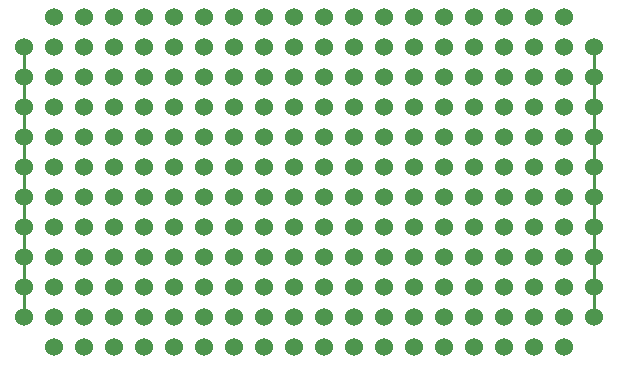
<source format=gbr>
G04 #@! TF.GenerationSoftware,KiCad,Pcbnew,(5.0.0)*
G04 #@! TF.CreationDate,2018-12-09T19:24:41+09:00*
G04 #@! TF.ProjectId,PocketBeagle,506F636B6574426561676C652E6B6963,rev?*
G04 #@! TF.SameCoordinates,Original*
G04 #@! TF.FileFunction,Copper,L1,Top,Signal*
G04 #@! TF.FilePolarity,Positive*
%FSLAX46Y46*%
G04 Gerber Fmt 4.6, Leading zero omitted, Abs format (unit mm)*
G04 Created by KiCad (PCBNEW (5.0.0)) date 12/09/18 19:24:41*
%MOMM*%
%LPD*%
G01*
G04 APERTURE LIST*
G04 #@! TA.AperFunction,ComponentPad*
%ADD10C,1.524000*%
G04 #@! TD*
G04 #@! TA.AperFunction,Conductor*
%ADD11C,0.250000*%
G04 #@! TD*
G04 APERTURE END LIST*
D10*
G04 #@! TO.P,J1,36*
G04 #@! TO.N,Net-(J1-Pad36)*
X170180000Y-116840000D03*
G04 #@! TO.P,J1,35*
G04 #@! TO.N,Net-(J1-Pad35)*
X170180000Y-119380000D03*
G04 #@! TO.P,J1,34*
G04 #@! TO.N,Net-(J1-Pad34)*
X167640000Y-116840000D03*
G04 #@! TO.P,J1,33*
G04 #@! TO.N,Net-(J1-Pad33)*
X167640000Y-119380000D03*
G04 #@! TO.P,J1,32*
G04 #@! TO.N,Net-(J1-Pad32)*
X165100000Y-116840000D03*
G04 #@! TO.P,J1,31*
G04 #@! TO.N,Net-(J1-Pad31)*
X165100000Y-119380000D03*
G04 #@! TO.P,J1,30*
G04 #@! TO.N,Net-(J1-Pad30)*
X162560000Y-116840000D03*
G04 #@! TO.P,J1,29*
G04 #@! TO.N,Net-(J1-Pad29)*
X162560000Y-119380000D03*
G04 #@! TO.P,J1,28*
G04 #@! TO.N,Net-(J1-Pad28)*
X160020000Y-116840000D03*
G04 #@! TO.P,J1,27*
G04 #@! TO.N,Net-(J1-Pad27)*
X160020000Y-119380000D03*
G04 #@! TO.P,J1,26*
G04 #@! TO.N,Net-(J1-Pad26)*
X157480000Y-116840000D03*
G04 #@! TO.P,J1,25*
G04 #@! TO.N,Net-(J1-Pad25)*
X157480000Y-119380000D03*
G04 #@! TO.P,J1,24*
G04 #@! TO.N,Net-(J1-Pad24)*
X154940000Y-116840000D03*
G04 #@! TO.P,J1,23*
G04 #@! TO.N,Net-(J1-Pad23)*
X154940000Y-119380000D03*
G04 #@! TO.P,J1,22*
G04 #@! TO.N,Net-(J1-Pad22)*
X152400000Y-116840000D03*
G04 #@! TO.P,J1,21*
G04 #@! TO.N,Net-(J1-Pad21)*
X152400000Y-119380000D03*
G04 #@! TO.P,J1,20*
G04 #@! TO.N,Net-(J1-Pad20)*
X149860000Y-116840000D03*
G04 #@! TO.P,J1,19*
G04 #@! TO.N,Net-(J1-Pad19)*
X149860000Y-119380000D03*
G04 #@! TO.P,J1,18*
G04 #@! TO.N,Net-(J1-Pad18)*
X147320000Y-116840000D03*
G04 #@! TO.P,J1,17*
G04 #@! TO.N,Net-(J1-Pad17)*
X147320000Y-119380000D03*
G04 #@! TO.P,J1,16*
G04 #@! TO.N,Net-(J1-Pad16)*
X144780000Y-116840000D03*
G04 #@! TO.P,J1,15*
G04 #@! TO.N,Net-(J1-Pad15)*
X144780000Y-119380000D03*
G04 #@! TO.P,J1,14*
G04 #@! TO.N,Net-(J1-Pad14)*
X142240000Y-116840000D03*
G04 #@! TO.P,J1,13*
G04 #@! TO.N,Net-(J1-Pad13)*
X142240000Y-119380000D03*
G04 #@! TO.P,J1,12*
G04 #@! TO.N,Net-(J1-Pad12)*
X139700000Y-116840000D03*
G04 #@! TO.P,J1,11*
G04 #@! TO.N,Net-(J1-Pad11)*
X139700000Y-119380000D03*
G04 #@! TO.P,J1,10*
G04 #@! TO.N,Net-(J1-Pad10)*
X137160000Y-116840000D03*
G04 #@! TO.P,J1,9*
G04 #@! TO.N,Net-(J1-Pad9)*
X137160000Y-119380000D03*
G04 #@! TO.P,J1,8*
G04 #@! TO.N,Net-(J1-Pad8)*
X134620000Y-116840000D03*
G04 #@! TO.P,J1,7*
G04 #@! TO.N,Net-(J1-Pad7)*
X134620000Y-119380000D03*
G04 #@! TO.P,J1,6*
G04 #@! TO.N,Net-(J1-Pad6)*
X132080000Y-116840000D03*
G04 #@! TO.P,J1,5*
G04 #@! TO.N,Net-(J1-Pad5)*
X132080000Y-119380000D03*
G04 #@! TO.P,J1,4*
G04 #@! TO.N,Net-(J1-Pad4)*
X129540000Y-116840000D03*
G04 #@! TO.P,J1,3*
G04 #@! TO.N,Net-(J1-Pad3)*
X129540000Y-119380000D03*
G04 #@! TO.P,J1,2*
G04 #@! TO.N,Net-(J1-Pad2)*
X127000000Y-116840000D03*
G04 #@! TO.P,J1,1*
G04 #@! TO.N,Net-(J1-Pad1)*
X127000000Y-119380000D03*
G04 #@! TD*
G04 #@! TO.P,J2,1*
G04 #@! TO.N,Net-(J1-Pad1)*
X127000000Y-114300000D03*
G04 #@! TO.P,J2,2*
G04 #@! TO.N,Net-(J1-Pad2)*
X127000000Y-111760000D03*
G04 #@! TO.P,J2,3*
G04 #@! TO.N,Net-(J1-Pad3)*
X129540000Y-114300000D03*
G04 #@! TO.P,J2,4*
G04 #@! TO.N,Net-(J1-Pad4)*
X129540000Y-111760000D03*
G04 #@! TO.P,J2,5*
G04 #@! TO.N,Net-(J1-Pad5)*
X132080000Y-114300000D03*
G04 #@! TO.P,J2,6*
G04 #@! TO.N,Net-(J1-Pad6)*
X132080000Y-111760000D03*
G04 #@! TO.P,J2,7*
G04 #@! TO.N,Net-(J1-Pad7)*
X134620000Y-114300000D03*
G04 #@! TO.P,J2,8*
G04 #@! TO.N,Net-(J1-Pad8)*
X134620000Y-111760000D03*
G04 #@! TO.P,J2,9*
G04 #@! TO.N,Net-(J1-Pad9)*
X137160000Y-114300000D03*
G04 #@! TO.P,J2,10*
G04 #@! TO.N,Net-(J1-Pad10)*
X137160000Y-111760000D03*
G04 #@! TO.P,J2,11*
G04 #@! TO.N,Net-(J1-Pad11)*
X139700000Y-114300000D03*
G04 #@! TO.P,J2,12*
G04 #@! TO.N,Net-(J1-Pad12)*
X139700000Y-111760000D03*
G04 #@! TO.P,J2,13*
G04 #@! TO.N,Net-(J1-Pad13)*
X142240000Y-114300000D03*
G04 #@! TO.P,J2,14*
G04 #@! TO.N,Net-(J1-Pad14)*
X142240000Y-111760000D03*
G04 #@! TO.P,J2,15*
G04 #@! TO.N,Net-(J1-Pad15)*
X144780000Y-114300000D03*
G04 #@! TO.P,J2,16*
G04 #@! TO.N,Net-(J1-Pad16)*
X144780000Y-111760000D03*
G04 #@! TO.P,J2,17*
G04 #@! TO.N,Net-(J1-Pad17)*
X147320000Y-114300000D03*
G04 #@! TO.P,J2,18*
G04 #@! TO.N,Net-(J1-Pad18)*
X147320000Y-111760000D03*
G04 #@! TO.P,J2,19*
G04 #@! TO.N,Net-(J1-Pad19)*
X149860000Y-114300000D03*
G04 #@! TO.P,J2,20*
G04 #@! TO.N,Net-(J1-Pad20)*
X149860000Y-111760000D03*
G04 #@! TO.P,J2,21*
G04 #@! TO.N,Net-(J1-Pad21)*
X152400000Y-114300000D03*
G04 #@! TO.P,J2,22*
G04 #@! TO.N,Net-(J1-Pad22)*
X152400000Y-111760000D03*
G04 #@! TO.P,J2,23*
G04 #@! TO.N,Net-(J1-Pad23)*
X154940000Y-114300000D03*
G04 #@! TO.P,J2,24*
G04 #@! TO.N,Net-(J1-Pad24)*
X154940000Y-111760000D03*
G04 #@! TO.P,J2,25*
G04 #@! TO.N,Net-(J1-Pad25)*
X157480000Y-114300000D03*
G04 #@! TO.P,J2,26*
G04 #@! TO.N,Net-(J1-Pad26)*
X157480000Y-111760000D03*
G04 #@! TO.P,J2,27*
G04 #@! TO.N,Net-(J1-Pad27)*
X160020000Y-114300000D03*
G04 #@! TO.P,J2,28*
G04 #@! TO.N,Net-(J1-Pad28)*
X160020000Y-111760000D03*
G04 #@! TO.P,J2,29*
G04 #@! TO.N,Net-(J1-Pad29)*
X162560000Y-114300000D03*
G04 #@! TO.P,J2,30*
G04 #@! TO.N,Net-(J1-Pad30)*
X162560000Y-111760000D03*
G04 #@! TO.P,J2,31*
G04 #@! TO.N,Net-(J1-Pad31)*
X165100000Y-114300000D03*
G04 #@! TO.P,J2,32*
G04 #@! TO.N,Net-(J1-Pad32)*
X165100000Y-111760000D03*
G04 #@! TO.P,J2,33*
G04 #@! TO.N,Net-(J1-Pad33)*
X167640000Y-114300000D03*
G04 #@! TO.P,J2,34*
G04 #@! TO.N,Net-(J1-Pad34)*
X167640000Y-111760000D03*
G04 #@! TO.P,J2,35*
G04 #@! TO.N,Net-(J1-Pad35)*
X170180000Y-114300000D03*
G04 #@! TO.P,J2,36*
G04 #@! TO.N,Net-(J1-Pad36)*
X170180000Y-111760000D03*
G04 #@! TD*
G04 #@! TO.P,J3,1*
G04 #@! TO.N,Net-(J3-Pad1)*
X127000000Y-93980000D03*
G04 #@! TO.P,J3,2*
G04 #@! TO.N,Net-(J3-Pad2)*
X127000000Y-91440000D03*
G04 #@! TO.P,J3,3*
G04 #@! TO.N,Net-(J3-Pad3)*
X129540000Y-93980000D03*
G04 #@! TO.P,J3,4*
G04 #@! TO.N,Net-(J3-Pad4)*
X129540000Y-91440000D03*
G04 #@! TO.P,J3,5*
G04 #@! TO.N,Net-(J3-Pad5)*
X132080000Y-93980000D03*
G04 #@! TO.P,J3,6*
G04 #@! TO.N,Net-(J3-Pad6)*
X132080000Y-91440000D03*
G04 #@! TO.P,J3,7*
G04 #@! TO.N,Net-(J3-Pad7)*
X134620000Y-93980000D03*
G04 #@! TO.P,J3,8*
G04 #@! TO.N,Net-(J3-Pad8)*
X134620000Y-91440000D03*
G04 #@! TO.P,J3,9*
G04 #@! TO.N,Net-(J3-Pad9)*
X137160000Y-93980000D03*
G04 #@! TO.P,J3,10*
G04 #@! TO.N,Net-(J3-Pad10)*
X137160000Y-91440000D03*
G04 #@! TO.P,J3,11*
G04 #@! TO.N,Net-(J3-Pad11)*
X139700000Y-93980000D03*
G04 #@! TO.P,J3,12*
G04 #@! TO.N,Net-(J3-Pad12)*
X139700000Y-91440000D03*
G04 #@! TO.P,J3,13*
G04 #@! TO.N,Net-(J3-Pad13)*
X142240000Y-93980000D03*
G04 #@! TO.P,J3,14*
G04 #@! TO.N,Net-(J3-Pad14)*
X142240000Y-91440000D03*
G04 #@! TO.P,J3,15*
G04 #@! TO.N,Net-(J3-Pad15)*
X144780000Y-93980000D03*
G04 #@! TO.P,J3,16*
G04 #@! TO.N,Net-(J3-Pad16)*
X144780000Y-91440000D03*
G04 #@! TO.P,J3,17*
G04 #@! TO.N,Net-(J3-Pad17)*
X147320000Y-93980000D03*
G04 #@! TO.P,J3,18*
G04 #@! TO.N,Net-(J3-Pad18)*
X147320000Y-91440000D03*
G04 #@! TO.P,J3,19*
G04 #@! TO.N,Net-(J3-Pad19)*
X149860000Y-93980000D03*
G04 #@! TO.P,J3,20*
G04 #@! TO.N,Net-(J3-Pad20)*
X149860000Y-91440000D03*
G04 #@! TO.P,J3,21*
G04 #@! TO.N,Net-(J3-Pad21)*
X152400000Y-93980000D03*
G04 #@! TO.P,J3,22*
G04 #@! TO.N,Net-(J3-Pad22)*
X152400000Y-91440000D03*
G04 #@! TO.P,J3,23*
G04 #@! TO.N,Net-(J3-Pad23)*
X154940000Y-93980000D03*
G04 #@! TO.P,J3,24*
G04 #@! TO.N,Net-(J3-Pad24)*
X154940000Y-91440000D03*
G04 #@! TO.P,J3,25*
G04 #@! TO.N,Net-(J3-Pad25)*
X157480000Y-93980000D03*
G04 #@! TO.P,J3,26*
G04 #@! TO.N,Net-(J3-Pad26)*
X157480000Y-91440000D03*
G04 #@! TO.P,J3,27*
G04 #@! TO.N,Net-(J3-Pad27)*
X160020000Y-93980000D03*
G04 #@! TO.P,J3,28*
G04 #@! TO.N,Net-(J3-Pad28)*
X160020000Y-91440000D03*
G04 #@! TO.P,J3,29*
G04 #@! TO.N,Net-(J3-Pad29)*
X162560000Y-93980000D03*
G04 #@! TO.P,J3,30*
G04 #@! TO.N,Net-(J3-Pad30)*
X162560000Y-91440000D03*
G04 #@! TO.P,J3,31*
G04 #@! TO.N,Net-(J3-Pad31)*
X165100000Y-93980000D03*
G04 #@! TO.P,J3,32*
G04 #@! TO.N,Net-(J3-Pad32)*
X165100000Y-91440000D03*
G04 #@! TO.P,J3,33*
G04 #@! TO.N,Net-(J3-Pad33)*
X167640000Y-93980000D03*
G04 #@! TO.P,J3,34*
G04 #@! TO.N,Net-(J3-Pad34)*
X167640000Y-91440000D03*
G04 #@! TO.P,J3,35*
G04 #@! TO.N,Net-(J3-Pad35)*
X170180000Y-93980000D03*
G04 #@! TO.P,J3,36*
G04 #@! TO.N,Net-(J3-Pad36)*
X170180000Y-91440000D03*
G04 #@! TD*
G04 #@! TO.P,J4,36*
G04 #@! TO.N,Net-(J3-Pad36)*
X170180000Y-96520000D03*
G04 #@! TO.P,J4,35*
G04 #@! TO.N,Net-(J3-Pad35)*
X170180000Y-99060000D03*
G04 #@! TO.P,J4,34*
G04 #@! TO.N,Net-(J3-Pad34)*
X167640000Y-96520000D03*
G04 #@! TO.P,J4,33*
G04 #@! TO.N,Net-(J3-Pad33)*
X167640000Y-99060000D03*
G04 #@! TO.P,J4,32*
G04 #@! TO.N,Net-(J3-Pad32)*
X165100000Y-96520000D03*
G04 #@! TO.P,J4,31*
G04 #@! TO.N,Net-(J3-Pad31)*
X165100000Y-99060000D03*
G04 #@! TO.P,J4,30*
G04 #@! TO.N,Net-(J3-Pad30)*
X162560000Y-96520000D03*
G04 #@! TO.P,J4,29*
G04 #@! TO.N,Net-(J3-Pad29)*
X162560000Y-99060000D03*
G04 #@! TO.P,J4,28*
G04 #@! TO.N,Net-(J3-Pad28)*
X160020000Y-96520000D03*
G04 #@! TO.P,J4,27*
G04 #@! TO.N,Net-(J3-Pad27)*
X160020000Y-99060000D03*
G04 #@! TO.P,J4,26*
G04 #@! TO.N,Net-(J3-Pad26)*
X157480000Y-96520000D03*
G04 #@! TO.P,J4,25*
G04 #@! TO.N,Net-(J3-Pad25)*
X157480000Y-99060000D03*
G04 #@! TO.P,J4,24*
G04 #@! TO.N,Net-(J3-Pad24)*
X154940000Y-96520000D03*
G04 #@! TO.P,J4,23*
G04 #@! TO.N,Net-(J3-Pad23)*
X154940000Y-99060000D03*
G04 #@! TO.P,J4,22*
G04 #@! TO.N,Net-(J3-Pad22)*
X152400000Y-96520000D03*
G04 #@! TO.P,J4,21*
G04 #@! TO.N,Net-(J3-Pad21)*
X152400000Y-99060000D03*
G04 #@! TO.P,J4,20*
G04 #@! TO.N,Net-(J3-Pad20)*
X149860000Y-96520000D03*
G04 #@! TO.P,J4,19*
G04 #@! TO.N,Net-(J3-Pad19)*
X149860000Y-99060000D03*
G04 #@! TO.P,J4,18*
G04 #@! TO.N,Net-(J3-Pad18)*
X147320000Y-96520000D03*
G04 #@! TO.P,J4,17*
G04 #@! TO.N,Net-(J3-Pad17)*
X147320000Y-99060000D03*
G04 #@! TO.P,J4,16*
G04 #@! TO.N,Net-(J3-Pad16)*
X144780000Y-96520000D03*
G04 #@! TO.P,J4,15*
G04 #@! TO.N,Net-(J3-Pad15)*
X144780000Y-99060000D03*
G04 #@! TO.P,J4,14*
G04 #@! TO.N,Net-(J3-Pad14)*
X142240000Y-96520000D03*
G04 #@! TO.P,J4,13*
G04 #@! TO.N,Net-(J3-Pad13)*
X142240000Y-99060000D03*
G04 #@! TO.P,J4,12*
G04 #@! TO.N,Net-(J3-Pad12)*
X139700000Y-96520000D03*
G04 #@! TO.P,J4,11*
G04 #@! TO.N,Net-(J3-Pad11)*
X139700000Y-99060000D03*
G04 #@! TO.P,J4,10*
G04 #@! TO.N,Net-(J3-Pad10)*
X137160000Y-96520000D03*
G04 #@! TO.P,J4,9*
G04 #@! TO.N,Net-(J3-Pad9)*
X137160000Y-99060000D03*
G04 #@! TO.P,J4,8*
G04 #@! TO.N,Net-(J3-Pad8)*
X134620000Y-96520000D03*
G04 #@! TO.P,J4,7*
G04 #@! TO.N,Net-(J3-Pad7)*
X134620000Y-99060000D03*
G04 #@! TO.P,J4,6*
G04 #@! TO.N,Net-(J3-Pad6)*
X132080000Y-96520000D03*
G04 #@! TO.P,J4,5*
G04 #@! TO.N,Net-(J3-Pad5)*
X132080000Y-99060000D03*
G04 #@! TO.P,J4,4*
G04 #@! TO.N,Net-(J3-Pad4)*
X129540000Y-96520000D03*
G04 #@! TO.P,J4,3*
G04 #@! TO.N,Net-(J3-Pad3)*
X129540000Y-99060000D03*
G04 #@! TO.P,J4,2*
G04 #@! TO.N,Net-(J3-Pad2)*
X127000000Y-96520000D03*
G04 #@! TO.P,J4,1*
G04 #@! TO.N,Net-(J3-Pad1)*
X127000000Y-99060000D03*
G04 #@! TD*
G04 #@! TO.P,J5,4*
G04 #@! TO.N,Net-(J5-Pad4)*
X139700000Y-109220000D03*
G04 #@! TO.P,J5,3*
G04 #@! TO.N,Net-(J5-Pad3)*
X139700000Y-106680000D03*
G04 #@! TO.P,J5,2*
G04 #@! TO.N,Net-(J5-Pad2)*
X139700000Y-104140000D03*
G04 #@! TO.P,J5,1*
G04 #@! TO.N,Net-(J5-Pad1)*
X139700000Y-101600000D03*
G04 #@! TD*
G04 #@! TO.P,J6,4*
G04 #@! TO.N,Net-(J6-Pad4)*
X142240000Y-109220000D03*
G04 #@! TO.P,J6,3*
G04 #@! TO.N,Net-(J6-Pad3)*
X142240000Y-106680000D03*
G04 #@! TO.P,J6,2*
G04 #@! TO.N,Net-(J6-Pad2)*
X142240000Y-104140000D03*
G04 #@! TO.P,J6,1*
G04 #@! TO.N,Net-(J6-Pad1)*
X142240000Y-101600000D03*
G04 #@! TD*
G04 #@! TO.P,J7,1*
G04 #@! TO.N,Net-(J7-Pad1)*
X144780000Y-101600000D03*
G04 #@! TO.P,J7,2*
G04 #@! TO.N,Net-(J7-Pad2)*
X144780000Y-104140000D03*
G04 #@! TO.P,J7,3*
G04 #@! TO.N,Net-(J7-Pad3)*
X144780000Y-106680000D03*
G04 #@! TO.P,J7,4*
G04 #@! TO.N,Net-(J7-Pad4)*
X144780000Y-109220000D03*
G04 #@! TD*
G04 #@! TO.P,J8,1*
G04 #@! TO.N,Net-(J8-Pad1)*
X147320000Y-101600000D03*
G04 #@! TO.P,J8,2*
G04 #@! TO.N,Net-(J8-Pad2)*
X147320000Y-104140000D03*
G04 #@! TO.P,J8,3*
G04 #@! TO.N,Net-(J8-Pad3)*
X147320000Y-106680000D03*
G04 #@! TO.P,J8,4*
G04 #@! TO.N,Net-(J8-Pad4)*
X147320000Y-109220000D03*
G04 #@! TD*
G04 #@! TO.P,J9,4*
G04 #@! TO.N,Net-(J9-Pad4)*
X149860000Y-109220000D03*
G04 #@! TO.P,J9,3*
G04 #@! TO.N,Net-(J9-Pad3)*
X149860000Y-106680000D03*
G04 #@! TO.P,J9,2*
G04 #@! TO.N,Net-(J9-Pad2)*
X149860000Y-104140000D03*
G04 #@! TO.P,J9,1*
G04 #@! TO.N,Net-(J9-Pad1)*
X149860000Y-101600000D03*
G04 #@! TD*
G04 #@! TO.P,J10,1*
G04 #@! TO.N,Net-(J10-Pad1)*
X152400000Y-101600000D03*
G04 #@! TO.P,J10,2*
G04 #@! TO.N,Net-(J10-Pad2)*
X152400000Y-104140000D03*
G04 #@! TO.P,J10,3*
G04 #@! TO.N,Net-(J10-Pad3)*
X152400000Y-106680000D03*
G04 #@! TO.P,J10,4*
G04 #@! TO.N,Net-(J10-Pad4)*
X152400000Y-109220000D03*
G04 #@! TD*
G04 #@! TO.P,J11,4*
G04 #@! TO.N,Net-(J11-Pad4)*
X127000000Y-109220000D03*
G04 #@! TO.P,J11,3*
G04 #@! TO.N,Net-(J11-Pad3)*
X127000000Y-106680000D03*
G04 #@! TO.P,J11,2*
G04 #@! TO.N,Net-(J11-Pad2)*
X127000000Y-104140000D03*
G04 #@! TO.P,J11,1*
G04 #@! TO.N,Net-(J11-Pad1)*
X127000000Y-101600000D03*
G04 #@! TD*
G04 #@! TO.P,J12,1*
G04 #@! TO.N,Net-(J12-Pad1)*
X157480000Y-101600000D03*
G04 #@! TO.P,J12,2*
G04 #@! TO.N,Net-(J12-Pad2)*
X157480000Y-104140000D03*
G04 #@! TO.P,J12,3*
G04 #@! TO.N,Net-(J12-Pad3)*
X157480000Y-106680000D03*
G04 #@! TO.P,J12,4*
G04 #@! TO.N,Net-(J12-Pad4)*
X157480000Y-109220000D03*
G04 #@! TD*
G04 #@! TO.P,J13,4*
G04 #@! TO.N,Net-(J13-Pad4)*
X160020000Y-109220000D03*
G04 #@! TO.P,J13,3*
G04 #@! TO.N,Net-(J13-Pad3)*
X160020000Y-106680000D03*
G04 #@! TO.P,J13,2*
G04 #@! TO.N,Net-(J13-Pad2)*
X160020000Y-104140000D03*
G04 #@! TO.P,J13,1*
G04 #@! TO.N,Net-(J13-Pad1)*
X160020000Y-101600000D03*
G04 #@! TD*
G04 #@! TO.P,J14,1*
G04 #@! TO.N,Net-(J14-Pad1)*
X162560000Y-101600000D03*
G04 #@! TO.P,J14,2*
G04 #@! TO.N,Net-(J14-Pad2)*
X162560000Y-104140000D03*
G04 #@! TO.P,J14,3*
G04 #@! TO.N,Net-(J14-Pad3)*
X162560000Y-106680000D03*
G04 #@! TO.P,J14,4*
G04 #@! TO.N,Net-(J14-Pad4)*
X162560000Y-109220000D03*
G04 #@! TD*
G04 #@! TO.P,J15,4*
G04 #@! TO.N,Net-(J15-Pad4)*
X165100000Y-109220000D03*
G04 #@! TO.P,J15,3*
G04 #@! TO.N,Net-(J15-Pad3)*
X165100000Y-106680000D03*
G04 #@! TO.P,J15,2*
G04 #@! TO.N,Net-(J15-Pad2)*
X165100000Y-104140000D03*
G04 #@! TO.P,J15,1*
G04 #@! TO.N,Net-(J15-Pad1)*
X165100000Y-101600000D03*
G04 #@! TD*
G04 #@! TO.P,J16,1*
G04 #@! TO.N,Net-(J16-Pad1)*
X167640000Y-101600000D03*
G04 #@! TO.P,J16,2*
G04 #@! TO.N,Net-(J16-Pad2)*
X167640000Y-104140000D03*
G04 #@! TO.P,J16,3*
G04 #@! TO.N,Net-(J16-Pad3)*
X167640000Y-106680000D03*
G04 #@! TO.P,J16,4*
G04 #@! TO.N,Net-(J16-Pad4)*
X167640000Y-109220000D03*
G04 #@! TD*
G04 #@! TO.P,J17,4*
G04 #@! TO.N,Net-(J17-Pad4)*
X170180000Y-109220000D03*
G04 #@! TO.P,J17,3*
G04 #@! TO.N,Net-(J17-Pad3)*
X170180000Y-106680000D03*
G04 #@! TO.P,J17,2*
G04 #@! TO.N,Net-(J17-Pad2)*
X170180000Y-104140000D03*
G04 #@! TO.P,J17,1*
G04 #@! TO.N,Net-(J17-Pad1)*
X170180000Y-101600000D03*
G04 #@! TD*
G04 #@! TO.P,J20,1*
G04 #@! TO.N,Net-(J20-Pad1)*
X129540000Y-101600000D03*
G04 #@! TO.P,J20,2*
G04 #@! TO.N,Net-(J20-Pad2)*
X129540000Y-104140000D03*
G04 #@! TO.P,J20,3*
G04 #@! TO.N,Net-(J20-Pad3)*
X129540000Y-106680000D03*
G04 #@! TO.P,J20,4*
G04 #@! TO.N,Net-(J20-Pad4)*
X129540000Y-109220000D03*
G04 #@! TD*
G04 #@! TO.P,J21,4*
G04 #@! TO.N,Net-(J21-Pad4)*
X154940000Y-109220000D03*
G04 #@! TO.P,J21,3*
G04 #@! TO.N,Net-(J21-Pad3)*
X154940000Y-106680000D03*
G04 #@! TO.P,J21,2*
G04 #@! TO.N,Net-(J21-Pad2)*
X154940000Y-104140000D03*
G04 #@! TO.P,J21,1*
G04 #@! TO.N,Net-(J21-Pad1)*
X154940000Y-101600000D03*
G04 #@! TD*
G04 #@! TO.P,J22,1*
G04 #@! TO.N,Net-(J22-Pad1)*
X137160000Y-101600000D03*
G04 #@! TO.P,J22,2*
G04 #@! TO.N,Net-(J22-Pad2)*
X137160000Y-104140000D03*
G04 #@! TO.P,J22,3*
G04 #@! TO.N,Net-(J22-Pad3)*
X137160000Y-106680000D03*
G04 #@! TO.P,J22,4*
G04 #@! TO.N,Net-(J22-Pad4)*
X137160000Y-109220000D03*
G04 #@! TD*
G04 #@! TO.P,J23,4*
G04 #@! TO.N,Net-(J23-Pad1)*
X124460000Y-109220000D03*
G04 #@! TO.P,J23,3*
X124460000Y-106680000D03*
G04 #@! TO.P,J23,2*
X124460000Y-104140000D03*
G04 #@! TO.P,J23,1*
X124460000Y-101600000D03*
G04 #@! TD*
G04 #@! TO.P,J24,1*
G04 #@! TO.N,Net-(J24-Pad1)*
X172720000Y-101600000D03*
G04 #@! TO.P,J24,2*
X172720000Y-104140000D03*
G04 #@! TO.P,J24,3*
X172720000Y-106680000D03*
G04 #@! TO.P,J24,4*
X172720000Y-109220000D03*
G04 #@! TD*
G04 #@! TO.P,J18,4*
G04 #@! TO.N,Net-(J18-Pad4)*
X132080000Y-109220000D03*
G04 #@! TO.P,J18,3*
G04 #@! TO.N,Net-(J18-Pad3)*
X132080000Y-106680000D03*
G04 #@! TO.P,J18,2*
G04 #@! TO.N,Net-(J18-Pad2)*
X132080000Y-104140000D03*
G04 #@! TO.P,J18,1*
G04 #@! TO.N,Net-(J18-Pad1)*
X132080000Y-101600000D03*
G04 #@! TD*
G04 #@! TO.P,J19,1*
G04 #@! TO.N,Net-(J19-Pad1)*
X134620000Y-101600000D03*
G04 #@! TO.P,J19,2*
G04 #@! TO.N,Net-(J19-Pad2)*
X134620000Y-104140000D03*
G04 #@! TO.P,J19,3*
G04 #@! TO.N,Net-(J19-Pad3)*
X134620000Y-106680000D03*
G04 #@! TO.P,J19,4*
G04 #@! TO.N,Net-(J19-Pad4)*
X134620000Y-109220000D03*
G04 #@! TD*
G04 #@! TO.P,J25,1*
G04 #@! TO.N,Net-(J24-Pad1)*
X172720000Y-99060000D03*
G04 #@! TO.P,J25,2*
X172720000Y-96520000D03*
G04 #@! TD*
G04 #@! TO.P,J26,2*
G04 #@! TO.N,Net-(J24-Pad1)*
X172720000Y-111760000D03*
G04 #@! TO.P,J26,1*
X172720000Y-114300000D03*
G04 #@! TD*
G04 #@! TO.P,J27,1*
G04 #@! TO.N,Net-(J23-Pad1)*
X124460000Y-99060000D03*
G04 #@! TO.P,J27,2*
X124460000Y-96520000D03*
G04 #@! TD*
G04 #@! TO.P,J28,2*
G04 #@! TO.N,Net-(J23-Pad1)*
X124460000Y-111760000D03*
G04 #@! TO.P,J28,1*
X124460000Y-114300000D03*
G04 #@! TD*
G04 #@! TO.P,J29,1*
G04 #@! TO.N,Net-(J23-Pad1)*
X124460000Y-93980000D03*
G04 #@! TD*
G04 #@! TO.P,J30,1*
G04 #@! TO.N,Net-(J23-Pad1)*
X124460000Y-116840000D03*
G04 #@! TD*
G04 #@! TO.P,J31,1*
G04 #@! TO.N,Net-(J24-Pad1)*
X172720000Y-93980000D03*
G04 #@! TD*
G04 #@! TO.P,J32,1*
G04 #@! TO.N,Net-(J24-Pad1)*
X172720000Y-116840000D03*
G04 #@! TD*
D11*
G04 #@! TO.N,Net-(J23-Pad1)*
X124460000Y-93980000D02*
X124460000Y-116840000D01*
G04 #@! TO.N,Net-(J24-Pad1)*
X172720000Y-93980000D02*
X172720000Y-116840000D01*
G04 #@! TD*
M02*

</source>
